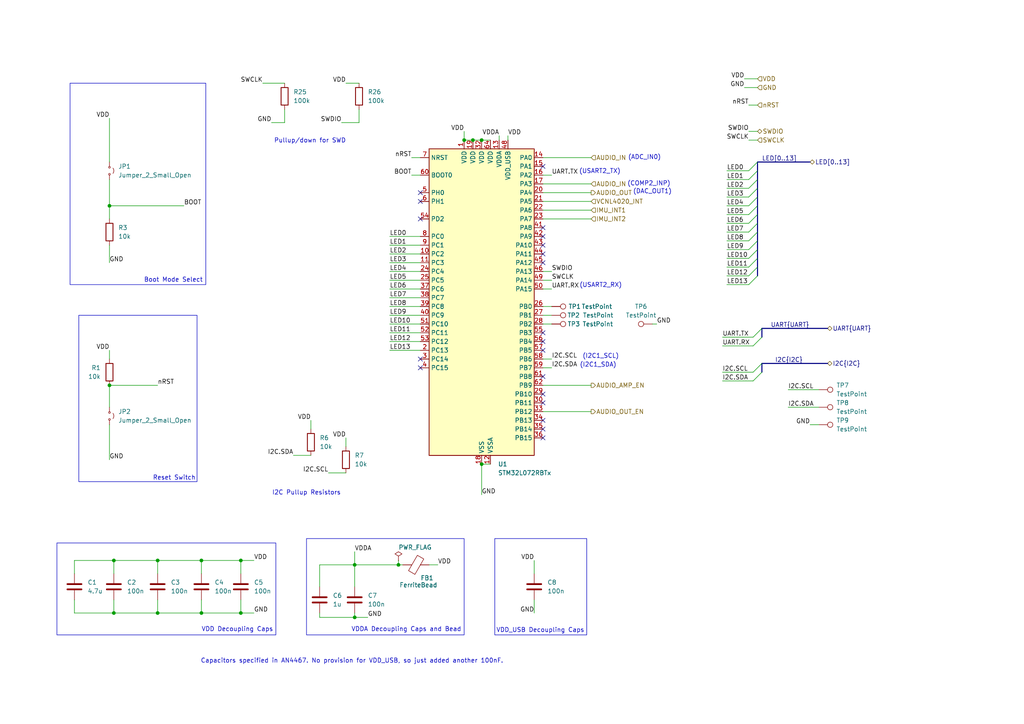
<source format=kicad_sch>
(kicad_sch (version 20231120) (generator "eeschema") (generator_version "8.0")
  (paper "A4")
  (title_block (title "Holiday Widget") (date "2024-05-15") (rev "1.0"))
  (lib_symbols
    (symbol "Connector:TestPoint" (pin_numbers hide) (pin_names (offset 0.762) hide)
      (property "Reference" "TP" (at 0 6.858 0))
      (property "Value" "TestPoint" (at 0 5.08 0))
      (symbol "TestPoint_0_1"
        (circle (center 0 3.302) (radius 0.762))
      )
      (symbol "TestPoint_1_1"
        (pin passive line (at 0 0 90) (length 2.54) (name "1") (number "1"))
      )
    )
    (symbol "Device:C" (pin_numbers hide) (pin_names (offset 0.254))
      (property "Reference" "C" (at 0.635 2.54 0))
      (property "Value" "C" (at 0.635 -2.54 0))
      (symbol "C_0_1"
        (polyline (pts (xy -2.032 -0.762) (xy 2.032 -0.762)) (stroke (width 0.508)))
        (polyline (pts (xy -2.032 0.762) (xy 2.032 0.762)) (stroke (width 0.508)))
      )
      (symbol "C_1_1"
        (pin passive line (at 0 3.81 270) (length 2.794) (name "~") (number "1"))
        (pin passive line (at 0 -3.81 90) (length 2.794) (name "~") (number "2"))
      )
    )
    (symbol "Device:FerriteBead" (pin_numbers hide) (pin_names (offset 0))
      (property "Reference" "FB" (at -3.81 0.635 90))
      (property "Value" "FerriteBead" (at 3.81 0 90))
      (symbol "FerriteBead_0_1"
        (polyline (pts (xy 0 -1.27) (xy 0 -1.2192)))
        (polyline (pts (xy 0 1.27) (xy 0 1.2954)))
        (polyline (pts (xy -2.7686 0.4064) (xy -1.7018 2.2606) (xy 2.7686 -0.3048) (xy 1.6764 -2.159) (xy -2.7686 0.4064)))
      )
      (symbol "FerriteBead_1_1"
        (pin passive line (at 0 3.81 270) (length 2.54) (name "~") (number "1"))
        (pin passive line (at 0 -3.81 90) (length 2.54) (name "~") (number "2"))
      )
    )
    (symbol "Device:R" (pin_numbers hide) (pin_names (offset 0))
      (property "Reference" "R" (at 2.032 0 90))
      (property "Value" "R" (at 0 0 90))
      (symbol "R_0_1"
        (rectangle (start -1.016 -2.54) (end 1.016 2.54) (stroke (width 0.254)))
      )
      (symbol "R_1_1"
        (pin passive line (at 0 3.81 270) (length 1.27) (name "~") (number "1"))
        (pin passive line (at 0 -3.81 90) (length 1.27) (name "~") (number "2"))
      )
    )
    (symbol "Jumper:Jumper_2_Small_Open" (pin_numbers hide) (pin_names (offset 0) hide) (exclude_from_sim yes)
      (property "Reference" "JP" (at 0 2.794 0))
      (property "Value" "Jumper_2_Small_Open" (at 0 -2.286 0))
      (symbol "Jumper_2_Small_Open_0_0"
        (circle (center -1.016 0) (radius 0.254))
        (circle (center 1.016 0) (radius 0.254))
      )
      (symbol "Jumper_2_Small_Open_0_1"
        (arc (start 0.762 1.0196) (mid 0 1.2729) (end -0.762 1.0196))
      )
      (symbol "Jumper_2_Small_Open_1_1"
        (pin passive line (at -2.54 0 0) (length 1.27) (name "A") (number "1"))
        (pin passive line (at 2.54 0 180) (length 1.27) (name "B") (number "2"))
      )
    )
    (symbol "MCU_ST_STM32L0:STM32L072RBTx"
      (property "Reference" "U" (at -15.24 46.99 0))
      (property "Value" "STM32L072RBTx" (at 10.16 46.99 0))
      (symbol "STM32L072RBTx_0_1"
        (rectangle (start -15.24 -43.18) (end 15.24 45.72) (stroke (width 0.254)) (fill (type background)))
      )
      (symbol "STM32L072RBTx_1_1"
        (pin power_in line (at -5.08 48.26 270) (length 2.54) (name "VDD") (number "1"))
        (pin bidirectional line (at -17.78 15.24 0) (length 2.54) (name "PC2") (number "10"))
        (pin bidirectional line (at -17.78 12.7 0) (length 2.54) (name "PC3") (number "11"))
        (pin power_in line (at 2.54 -45.72 90) (length 2.54) (name "VSSA") (number "12"))
        (pin power_in line (at 5.08 48.26 270) (length 2.54) (name "VDDA") (number "13"))
        (pin bidirectional line (at 17.78 43.18 180) (length 2.54) (name "PA0") (number "14"))
        (pin bidirectional line (at 17.78 40.64 180) (length 2.54) (name "PA1") (number "15"))
        (pin bidirectional line (at 17.78 38.1 180) (length 2.54) (name "PA2") (number "16"))
        (pin bidirectional line (at 17.78 35.56 180) (length 2.54) (name "PA3") (number "17"))
        (pin power_in line (at 0 -45.72 90) (length 2.54) (name "VSS") (number "18"))
        (pin power_in line (at -2.54 48.26 270) (length 2.54) (name "VDD") (number "19"))
        (pin bidirectional line (at -17.78 -12.7 0) (length 2.54) (name "PC13") (number "2"))
        (pin bidirectional line (at 17.78 33.02 180) (length 2.54) (name "PA4") (number "20"))
        (pin bidirectional line (at 17.78 30.48 180) (length 2.54) (name "PA5") (number "21"))
        (pin bidirectional line (at 17.78 27.94 180) (length 2.54) (name "PA6") (number "22"))
        (pin bidirectional line (at 17.78 25.4 180) (length 2.54) (name "PA7") (number "23"))
        (pin bidirectional line (at -17.78 10.16 0) (length 2.54) (name "PC4") (number "24"))
        (pin bidirectional line (at -17.78 7.62 0) (length 2.54) (name "PC5") (number "25"))
        (pin bidirectional line (at 17.78 0 180) (length 2.54) (name "PB0") (number "26"))
        (pin bidirectional line (at 17.78 -2.54 180) (length 2.54) (name "PB1") (number "27"))
        (pin bidirectional line (at 17.78 -5.08 180) (length 2.54) (name "PB2") (number "28"))
        (pin bidirectional line (at 17.78 -25.4 180) (length 2.54) (name "PB10") (number "29"))
        (pin bidirectional line (at -17.78 -15.24 0) (length 2.54) (name "PC14") (number "3"))
        (pin bidirectional line (at 17.78 -27.94 180) (length 2.54) (name "PB11") (number "30"))
        (pin passive line (at 0 -45.72 90) (length 2.54) hide (name "VSS") (number "31"))
        (pin power_in line (at 0 48.26 270) (length 2.54) (name "VDD") (number "32"))
        (pin bidirectional line (at 17.78 -30.48 180) (length 2.54) (name "PB12") (number "33"))
        (pin bidirectional line (at 17.78 -33.02 180) (length 2.54) (name "PB13") (number "34"))
        (pin bidirectional line (at 17.78 -35.56 180) (length 2.54) (name "PB14") (number "35"))
        (pin bidirectional line (at 17.78 -38.1 180) (length 2.54) (name "PB15") (number "36"))
        (pin bidirectional line (at -17.78 5.08 0) (length 2.54) (name "PC6") (number "37"))
        (pin bidirectional line (at -17.78 2.54 0) (length 2.54) (name "PC7") (number "38"))
        (pin bidirectional line (at -17.78 0 0) (length 2.54) (name "PC8") (number "39"))
        (pin bidirectional line (at -17.78 -17.78 0) (length 2.54) (name "PC15") (number "4"))
        (pin bidirectional line (at -17.78 -2.54 0) (length 2.54) (name "PC9") (number "40"))
        (pin bidirectional line (at 17.78 22.86 180) (length 2.54) (name "PA8") (number "41"))
        (pin bidirectional line (at 17.78 20.32 180) (length 2.54) (name "PA9") (number "42"))
        (pin bidirectional line (at 17.78 17.78 180) (length 2.54) (name "PA10") (number "43"))
        (pin bidirectional line (at 17.78 15.24 180) (length 2.54) (name "PA11") (number "44"))
        (pin bidirectional line (at 17.78 12.7 180) (length 2.54) (name "PA12") (number "45"))
        (pin bidirectional line (at 17.78 10.16 180) (length 2.54) (name "PA13") (number "46"))
        (pin passive line (at 0 -45.72 90) (length 2.54) hide (name "VSS") (number "47"))
        (pin power_in line (at 7.62 48.26 270) (length 2.54) (name "VDD_USB") (number "48"))
        (pin bidirectional line (at 17.78 7.62 180) (length 2.54) (name "PA14") (number "49"))
        (pin bidirectional line (at -17.78 33.02 0) (length 2.54) (name "PH0") (number "5"))
        (pin bidirectional line (at 17.78 5.08 180) (length 2.54) (name "PA15") (number "50"))
        (pin bidirectional line (at -17.78 -5.08 0) (length 2.54) (name "PC10") (number "51"))
        (pin bidirectional line (at -17.78 -7.62 0) (length 2.54) (name "PC11") (number "52"))
        (pin bidirectional line (at -17.78 -10.16 0) (length 2.54) (name "PC12") (number "53"))
        (pin bidirectional line (at -17.78 25.4 0) (length 2.54) (name "PD2") (number "54"))
        (pin bidirectional line (at 17.78 -7.62 180) (length 2.54) (name "PB3") (number "55"))
        (pin bidirectional line (at 17.78 -10.16 180) (length 2.54) (name "PB4") (number "56"))
        (pin bidirectional line (at 17.78 -12.7 180) (length 2.54) (name "PB5") (number "57"))
        (pin bidirectional line (at 17.78 -15.24 180) (length 2.54) (name "PB6") (number "58"))
        (pin bidirectional line (at 17.78 -17.78 180) (length 2.54) (name "PB7") (number "59"))
        (pin bidirectional line (at -17.78 30.48 0) (length 2.54) (name "PH1") (number "6"))
        (pin input line (at -17.78 38.1 0) (length 2.54) (name "BOOT0") (number "60"))
        (pin bidirectional line (at 17.78 -20.32 180) (length 2.54) (name "PB8") (number "61"))
        (pin bidirectional line (at 17.78 -22.86 180) (length 2.54) (name "PB9") (number "62"))
        (pin passive line (at 0 -45.72 90) (length 2.54) hide (name "VSS") (number "63"))
        (pin power_in line (at 2.54 48.26 270) (length 2.54) (name "VDD") (number "64"))
        (pin input line (at -17.78 43.18 0) (length 2.54) (name "NRST") (number "7"))
        (pin bidirectional line (at -17.78 20.32 0) (length 2.54) (name "PC0") (number "8"))
        (pin bidirectional line (at -17.78 17.78 0) (length 2.54) (name "PC1") (number "9"))
      )
    )
    (symbol "power:PWR_FLAG" (power) (pin_numbers hide) (pin_names (offset 0) hide)
      (property "Value" "PWR_FLAG" (at 0 3.81 0))
      (symbol "PWR_FLAG_0_0"
        (pin power_out line (at 0 0 90) (length 0) (name "~") (number "1"))
      )
      (symbol "PWR_FLAG_0_1"
        (polyline (pts (xy 0 0) (xy 0 1.27) (xy -1.016 1.905) (xy 0 2.54) (xy 1.016 1.905) (xy 0 1.27)))
      )
    )
  )
  (junction (at 137.16 40.64))
  (junction (at 102.87 163.83))
  (junction (at 115.57 163.83))
  (junction (at 33.02 177.8))
  (junction (at 31.75 111.76))
  (junction (at 69.85 177.8))
  (junction (at 139.7 40.64))
  (junction (at 58.42 162.56))
  (junction (at 134.62 40.64))
  (junction (at 33.02 162.56))
  (junction (at 69.85 162.56))
  (junction (at 45.72 177.8))
  (junction (at 31.75 59.69))
  (junction (at 102.87 179.07))
  (junction (at 139.7 134.62))
  (junction (at 45.72 162.56))
  (junction (at 58.42 177.8))
  (no_connect (at 157.48 127))
  (no_connect (at 157.48 99.06))
  (no_connect (at 157.48 121.92))
  (no_connect (at 157.48 76.2))
  (no_connect (at 157.48 66.04))
  (no_connect (at 157.48 114.3))
  (no_connect (at 157.48 73.66))
  (no_connect (at 157.48 71.12))
  (no_connect (at 157.48 96.52))
  (no_connect (at 121.92 55.88))
  (no_connect (at 121.92 58.42))
  (no_connect (at 157.48 109.22))
  (no_connect (at 157.48 124.46))
  (no_connect (at 121.92 104.14))
  (no_connect (at 157.48 116.84))
  (no_connect (at 157.48 68.58))
  (no_connect (at 157.48 48.26))
  (no_connect (at 121.92 106.68))
  (no_connect (at 121.92 63.5))
  (no_connect (at 157.48 101.6))
  (bus_entry (at 217.17 74.93) (size 2.54 -2.54))
  (bus_entry (at 217.17 72.39) (size 2.54 -2.54))
  (bus_entry (at 220.98 95.25) (size -2.54 2.54))
  (bus_entry (at 217.17 82.55) (size 2.54 -2.54))
  (bus_entry (at 217.17 64.77) (size 2.54 -2.54))
  (bus_entry (at 217.17 62.23) (size 2.54 -2.54))
  (bus_entry (at 217.17 69.85) (size 2.54 -2.54))
  (bus_entry (at 220.98 107.95) (size -2.54 2.54))
  (bus_entry (at 220.98 97.79) (size -2.54 2.54))
  (bus_entry (at 217.17 67.31) (size 2.54 -2.54))
  (bus_entry (at 219.71 52.07) (size -2.54 2.54))
  (bus_entry (at 219.71 46.99) (size -2.54 2.54))
  (bus_entry (at 217.17 77.47) (size 2.54 -2.54))
  (bus_entry (at 219.71 49.53) (size -2.54 2.54))
  (bus_entry (at 217.17 80.01) (size 2.54 -2.54))
  (bus_entry (at 219.71 54.61) (size -2.54 2.54))
  (bus_entry (at 220.98 105.41) (size -2.54 2.54))
  (bus_entry (at 219.71 57.15) (size -2.54 2.54))
  (bus (pts (xy 219.71 74.93) (xy 219.71 77.47)))
  (wire (pts (xy 58.42 173.99) (xy 58.42 177.8)))
  (wire (pts (xy 210.82 77.47) (xy 217.17 77.47)))
  (bus (pts (xy 219.71 64.77) (xy 219.71 67.31)))
  (wire (pts (xy 210.82 74.93) (xy 217.17 74.93)))
  (wire (pts (xy 31.75 52.07) (xy 31.75 59.69)))
  (bus (pts (xy 220.98 105.41) (xy 240.03 105.41)))
  (bus (pts (xy 219.71 52.07) (xy 219.71 54.61)))
  (wire (pts (xy 45.72 162.56) (xy 33.02 162.56)))
  (wire (pts (xy 210.82 82.55) (xy 217.17 82.55)))
  (wire (pts (xy 58.42 177.8) (xy 45.72 177.8)))
  (wire (pts (xy 104.14 31.75) (xy 104.14 35.56)))
  (wire (pts (xy 45.72 162.56) (xy 45.72 166.37)))
  (wire (pts (xy 95.25 137.16) (xy 100.33 137.16)))
  (wire (pts (xy 102.87 160.02) (xy 102.87 163.83)))
  (wire (pts (xy 113.03 76.2) (xy 121.92 76.2)))
  (wire (pts (xy 113.03 68.58) (xy 121.92 68.58)))
  (wire (pts (xy 113.03 96.52) (xy 121.92 96.52)))
  (wire (pts (xy 73.66 162.56) (xy 69.85 162.56)))
  (wire (pts (xy 137.16 40.64) (xy 139.7 40.64)))
  (bus (pts (xy 219.71 62.23) (xy 219.71 64.77)))
  (bus (pts (xy 234.95 46.99) (xy 219.71 46.99)))
  (wire (pts (xy 104.14 35.56) (xy 99.06 35.56)))
  (wire (pts (xy 115.57 162.56) (xy 115.57 163.83)))
  (wire (pts (xy 157.48 63.5) (xy 171.45 63.5)))
  (wire (pts (xy 154.94 162.56) (xy 154.94 166.37)))
  (wire (pts (xy 139.7 134.62) (xy 142.24 134.62)))
  (wire (pts (xy 102.87 163.83) (xy 102.87 170.18)))
  (bus (pts (xy 220.98 107.95) (xy 220.98 105.41)))
  (wire (pts (xy 31.75 34.29) (xy 31.75 46.99)))
  (wire (pts (xy 113.03 78.74) (xy 121.92 78.74)))
  (wire (pts (xy 210.82 67.31) (xy 217.17 67.31)))
  (wire (pts (xy 82.55 31.75) (xy 82.55 35.56)))
  (bus (pts (xy 219.71 46.99) (xy 219.71 49.53)))
  (wire (pts (xy 113.03 71.12) (xy 121.92 71.12)))
  (wire (pts (xy 31.75 59.69) (xy 31.75 63.5)))
  (bus (pts (xy 219.71 77.47) (xy 219.71 80.01)))
  (wire (pts (xy 76.2 24.13) (xy 82.55 24.13)))
  (wire (pts (xy 31.75 101.6) (xy 31.75 104.14)))
  (wire (pts (xy 139.7 40.64) (xy 142.24 40.64)))
  (wire (pts (xy 31.75 59.69) (xy 53.34 59.69)))
  (wire (pts (xy 113.03 99.06) (xy 121.92 99.06)))
  (wire (pts (xy 157.48 83.82) (xy 160.02 83.82)))
  (wire (pts (xy 154.94 173.99) (xy 154.94 177.8)))
  (wire (pts (xy 134.62 40.64) (xy 137.16 40.64)))
  (wire (pts (xy 69.85 177.8) (xy 58.42 177.8)))
  (wire (pts (xy 210.82 59.69) (xy 217.17 59.69)))
  (bus (pts (xy 220.98 95.25) (xy 240.03 95.25)))
  (wire (pts (xy 209.55 100.33) (xy 218.44 100.33)))
  (wire (pts (xy 69.85 173.99) (xy 69.85 177.8)))
  (wire (pts (xy 157.48 91.44) (xy 160.02 91.44)))
  (wire (pts (xy 31.75 71.12) (xy 31.75 76.2)))
  (wire (pts (xy 147.32 39.37) (xy 147.32 40.64)))
  (wire (pts (xy 31.75 123.19) (xy 31.75 133.35)))
  (bus (pts (xy 220.98 95.25) (xy 220.98 97.79)))
  (wire (pts (xy 113.03 88.9) (xy 121.92 88.9)))
  (wire (pts (xy 45.72 173.99) (xy 45.72 177.8)))
  (wire (pts (xy 144.78 39.37) (xy 144.78 40.64)))
  (bus (pts (xy 219.71 72.39) (xy 219.71 74.93)))
  (wire (pts (xy 134.62 38.1) (xy 134.62 40.64)))
  (wire (pts (xy 58.42 162.56) (xy 58.42 166.37)))
  (wire (pts (xy 157.48 111.76) (xy 171.45 111.76)))
  (wire (pts (xy 92.71 170.18) (xy 92.71 163.83)))
  (wire (pts (xy 210.82 64.77) (xy 217.17 64.77)))
  (wire (pts (xy 100.33 127) (xy 100.33 129.54)))
  (bus (pts (xy 219.71 57.15) (xy 219.71 59.69)))
  (wire (pts (xy 210.82 54.61) (xy 217.17 54.61)))
  (bus (pts (xy 219.71 49.53) (xy 219.71 52.07)))
  (wire (pts (xy 85.09 132.08) (xy 90.17 132.08)))
  (wire (pts (xy 217.17 40.64) (xy 219.71 40.64)))
  (wire (pts (xy 209.55 97.79) (xy 218.44 97.79)))
  (wire (pts (xy 157.48 45.72) (xy 171.45 45.72)))
  (wire (pts (xy 113.03 86.36) (xy 121.92 86.36)))
  (wire (pts (xy 113.03 81.28) (xy 121.92 81.28)))
  (wire (pts (xy 92.71 163.83) (xy 102.87 163.83)))
  (wire (pts (xy 139.7 134.62) (xy 139.7 143.51)))
  (wire (pts (xy 228.6 118.11) (xy 237.49 118.11)))
  (wire (pts (xy 100.33 24.13) (xy 104.14 24.13)))
  (bus (pts (xy 219.71 54.61) (xy 219.71 57.15)))
  (wire (pts (xy 92.71 179.07) (xy 102.87 179.07)))
  (wire (pts (xy 58.42 162.56) (xy 45.72 162.56)))
  (wire (pts (xy 69.85 162.56) (xy 69.85 166.37)))
  (wire (pts (xy 73.66 177.8) (xy 69.85 177.8)))
  (wire (pts (xy 157.48 53.34) (xy 171.45 53.34)))
  (wire (pts (xy 217.17 30.48) (xy 219.71 30.48)))
  (wire (pts (xy 157.48 88.9) (xy 160.02 88.9)))
  (wire (pts (xy 92.71 179.07) (xy 92.71 177.8)))
  (wire (pts (xy 157.48 81.28) (xy 160.02 81.28)))
  (wire (pts (xy 210.82 62.23) (xy 217.17 62.23)))
  (wire (pts (xy 209.55 107.95) (xy 218.44 107.95)))
  (wire (pts (xy 45.72 177.8) (xy 33.02 177.8)))
  (wire (pts (xy 157.48 50.8) (xy 160.02 50.8)))
  (wire (pts (xy 116.84 163.83) (xy 115.57 163.83)))
  (wire (pts (xy 69.85 162.56) (xy 58.42 162.56)))
  (wire (pts (xy 113.03 83.82) (xy 121.92 83.82)))
  (wire (pts (xy 210.82 57.15) (xy 217.17 57.15)))
  (wire (pts (xy 33.02 166.37) (xy 33.02 162.56)))
  (wire (pts (xy 210.82 52.07) (xy 217.17 52.07)))
  (wire (pts (xy 217.17 49.53) (xy 210.82 49.53)))
  (wire (pts (xy 124.46 163.83) (xy 127 163.83)))
  (wire (pts (xy 157.48 78.74) (xy 160.02 78.74)))
  (wire (pts (xy 157.48 60.96) (xy 171.45 60.96)))
  (bus (pts (xy 219.71 59.69) (xy 219.71 62.23)))
  (wire (pts (xy 33.02 162.56) (xy 21.59 162.56)))
  (wire (pts (xy 157.48 104.14) (xy 160.02 104.14)))
  (wire (pts (xy 113.03 101.6) (xy 121.92 101.6)))
  (wire (pts (xy 102.87 179.07) (xy 102.87 177.8)))
  (wire (pts (xy 228.6 113.03) (xy 237.49 113.03)))
  (wire (pts (xy 210.82 69.85) (xy 217.17 69.85)))
  (wire (pts (xy 215.9 25.4) (xy 219.71 25.4)))
  (wire (pts (xy 209.55 110.49) (xy 218.44 110.49)))
  (wire (pts (xy 157.48 119.38) (xy 171.45 119.38)))
  (wire (pts (xy 215.9 22.86) (xy 219.71 22.86)))
  (wire (pts (xy 90.17 121.92) (xy 90.17 124.46)))
  (wire (pts (xy 119.38 50.8) (xy 121.92 50.8)))
  (wire (pts (xy 113.03 93.98) (xy 121.92 93.98)))
  (wire (pts (xy 157.48 58.42) (xy 171.45 58.42)))
  (bus (pts (xy 219.71 69.85) (xy 219.71 72.39)))
  (bus (pts (xy 219.71 67.31) (xy 219.71 69.85)))
  (wire (pts (xy 102.87 179.07) (xy 106.68 179.07)))
  (wire (pts (xy 21.59 162.56) (xy 21.59 166.37)))
  (wire (pts (xy 113.03 91.44) (xy 121.92 91.44)))
  (wire (pts (xy 210.82 80.01) (xy 217.17 80.01)))
  (wire (pts (xy 31.75 111.76) (xy 31.75 118.11)))
  (wire (pts (xy 33.02 177.8) (xy 21.59 177.8)))
  (wire (pts (xy 31.75 111.76) (xy 45.72 111.76)))
  (wire (pts (xy 119.38 45.72) (xy 121.92 45.72)))
  (wire (pts (xy 157.48 106.68) (xy 160.02 106.68)))
  (wire (pts (xy 102.87 163.83) (xy 115.57 163.83)))
  (wire (pts (xy 157.48 93.98) (xy 160.02 93.98)))
  (wire (pts (xy 217.17 38.1) (xy 219.71 38.1)))
  (wire (pts (xy 189.23 93.98) (xy 190.5 93.98)))
  (wire (pts (xy 82.55 35.56) (xy 78.74 35.56)))
  (wire (pts (xy 210.82 72.39) (xy 217.17 72.39)))
  (wire (pts (xy 33.02 173.99) (xy 33.02 177.8)))
  (wire (pts (xy 234.95 123.19) (xy 237.49 123.19)))
  (wire (pts (xy 21.59 177.8) (xy 21.59 173.99)))
  (wire (pts (xy 113.03 73.66) (xy 121.92 73.66)))
  (wire (pts (xy 157.48 55.88) (xy 171.45 55.88)))
  (rectangle (start 143.51 156.21) (end 170.18 184.15))
  (rectangle (start 22.86 91.44) (end 57.15 139.7))
  (rectangle (start 88.9 156.21) (end 134.62 184.15))
  (rectangle (start 20.32 24.13) (end 59.69 82.55))
  (rectangle (start 16.51 157.48) (end 80.01 184.15))
  (text "Capacitors specified in AN4467. No provision for VDD_USB, so just added another 100nF." (at 102.108 191.77 0) (effects (font (size 1.27 1.27))))
  (text "Reset Switch" (at 50.546 138.684 0) (effects (font (size 1.27 1.27))))
  (text "I2C Pullup Resistors" (at 88.9 143.002 0) (effects (font (size 1.27 1.27))))
  (text "(COMP2_INP)" (at 188.214 53.34 0) (effects (font (size 1.27 1.27))))
  (text "VDD_USB Decoupling Caps" (at 156.718 182.88 0) (effects (font (size 1.27 1.27))))
  (text "VDDA Decoupling Caps and Bead" (at 117.856 182.626 0) (effects (font (size 1.27 1.27))))
  (text "(ADC_IN0)" (at 186.944 45.72 0) (effects (font (size 1.27 1.27))))
  (text "(USART2_TX)" (at 173.99 49.784 0) (effects (font (size 1.27 1.27))))
  (text "Boot Mode Select" (at 50.292 81.28 0) (effects (font (size 1.27 1.27))))
  (text "Pullup/down for SWD" (at 89.916 40.894 0) (effects (font (size 1.27 1.27))))
  (text "VDD Decoupling Caps" (at 68.834 182.626 0) (effects (font (size 1.27 1.27))))
  (text "(I2C1_SCL)" (at 174.244 103.378 0) (effects (font (size 1.27 1.27))))
  (text "(USART2_RX)" (at 174.244 82.804 0) (effects (font (size 1.27 1.27))))
  (text "(DAC_OUT1)" (at 189.23 55.626 0) (effects (font (size 1.27 1.27))))
  (text "(I2C1_SDA)" (at 173.482 105.918 0) (effects (font (size 1.27 1.27))))
  (label "SWCLK" (at 76.2 24.13 180))
  (label "GND" (at 31.75 133.35 0))
  (label "UART{UART}" (at 223.52 95.25 0))
  (label "GND" (at 31.75 76.2 0))
  (label "VDD" (at 90.17 121.92 180))
  (label "VDD" (at 31.75 101.6 180))
  (label "GND" (at 154.94 177.8 180))
  (label "GND" (at 78.74 35.56 180))
  (label "nRST" (at 217.17 30.48 180))
  (label "LED8" (at 210.82 69.85 0))
  (label "GND" (at 73.66 177.8 0))
  (label "LED1" (at 113.03 71.12 0))
  (label "I2C.SDA" (at 160.02 106.68 0))
  (label "VDD" (at 147.32 39.37 0))
  (label "UART.RX" (at 160.02 83.82 0))
  (label "LED3" (at 210.82 57.15 0))
  (label "nRST" (at 119.38 45.72 180))
  (label "LED11" (at 210.82 77.47 0))
  (label "GND" (at 139.7 143.51 0))
  (label "LED10" (at 210.82 74.93 0))
  (label "SWCLK" (at 217.17 40.64 180))
  (label "LED4" (at 210.82 59.69 0))
  (label "LED5" (at 113.03 81.28 0))
  (label "GND" (at 234.95 123.19 180))
  (label "GND" (at 106.68 179.07 0))
  (label "LED4" (at 113.03 78.74 0))
  (label "LED7" (at 210.82 67.31 0))
  (label "I2C.SCL" (at 209.55 107.95 0))
  (label "LED1" (at 210.82 52.07 0))
  (label "LED6" (at 113.03 83.82 0))
  (label "LED[0..13]" (at 220.98 46.99 0))
  (label "VDD" (at 127 163.83 0))
  (label "VDD" (at 100.33 127 180))
  (label "VDD" (at 100.33 24.13 180))
  (label "LED5" (at 210.82 62.23 0))
  (label "LED6" (at 210.82 64.77 0))
  (label "VDD" (at 31.75 34.29 180))
  (label "VDDA" (at 102.87 160.02 0))
  (label "BOOT" (at 53.34 59.69 0))
  (label "LED0" (at 210.82 49.53 0))
  (label "I2C.SCL" (at 95.25 137.16 180))
  (label "LED11" (at 113.03 96.52 0))
  (label "I2C{I2C}" (at 224.79 105.41 0))
  (label "SWDIO" (at 160.02 78.74 0))
  (label "SWDIO" (at 217.17 38.1 180))
  (label "I2C.SDA" (at 228.6 118.11 0))
  (label "LED12" (at 210.82 80.01 0))
  (label "UART.RX" (at 209.55 100.33 0))
  (label "VDD" (at 134.62 38.1 180))
  (label "LED12" (at 113.03 99.06 0))
  (label "LED10" (at 113.03 93.98 0))
  (label "I2C.SCL" (at 228.6 113.03 0))
  (label "LED8" (at 113.03 88.9 0))
  (label "I2C.SCL" (at 160.02 104.14 0))
  (label "I2C.SDA" (at 209.55 110.49 0))
  (label "LED2" (at 113.03 73.66 0))
  (label "UART.TX" (at 160.02 50.8 0))
  (label "LED9" (at 210.82 72.39 0))
  (label "GND" (at 215.9 25.4 180))
  (label "I2C.SDA" (at 85.09 132.08 180))
  (label "SWDIO" (at 99.06 35.56 180))
  (label "VDDA" (at 144.78 39.37 180))
  (label "LED9" (at 113.03 91.44 0))
  (label "LED13" (at 210.82 82.55 0))
  (label "nRST" (at 45.72 111.76 0))
  (label "LED13" (at 113.03 101.6 0))
  (label "VDD" (at 154.94 162.56 180))
  (label "LED0" (at 113.03 68.58 0))
  (label "LED2" (at 210.82 54.61 0))
  (label "BOOT" (at 119.38 50.8 180))
  (label "SWCLK" (at 160.02 81.28 0))
  (label "VDD" (at 215.9 22.86 180))
  (label "UART.TX" (at 209.55 97.79 0))
  (label "VDD" (at 73.66 162.56 0))
  (label "GND" (at 190.5 93.98 0))
  (label "LED7" (at 113.03 86.36 0))
  (label "LED3" (at 113.03 76.2 0))
  (hierarchical_label "nRST" (shape input) (at 219.71 30.48 0))
  (hierarchical_label "VCNL4020_INT" (shape input) (at 171.45 58.42 0))
  (hierarchical_label "IMU_INT1" (shape input) (at 171.45 60.96 0))
  (hierarchical_label "AUDIO_AMP_EN" (shape output) (at 171.45 111.76 0))
  (hierarchical_label "AUDIO_IN" (shape input) (at 171.45 53.34 0))
  (hierarchical_label "I2C{I2C}" (shape bidirectional) (at 240.03 105.41 0))
  (hierarchical_label "SWDIO" (shape bidirectional) (at 219.71 38.1 0))
  (hierarchical_label "AUDIO_IN" (shape input) (at 171.45 45.72 0))
  (hierarchical_label "IMU_INT2" (shape input) (at 171.45 63.5 0))
  (hierarchical_label "VDD" (shape input) (at 219.71 22.86 0))
  (hierarchical_label "UART{UART}" (shape bidirectional) (at 240.03 95.25 0))
  (hierarchical_label "AUDIO_OUT" (shape output) (at 171.45 55.88 0))
  (hierarchical_label "SWCLK" (shape input) (at 219.71 40.64 0))
  (hierarchical_label "AUDIO_OUT_EN" (shape output) (at 171.45 119.38 0))
  (hierarchical_label "LED[0..13]" (shape bidirectional) (at 234.95 46.99 0))
  (hierarchical_label "GND" (shape input) (at 219.71 25.4 0))
  (symbol (lib_id "Connector:TestPoint") (at 237.49 113.03 270) (unit 1)
    (property "Reference" "TP7" (at 242.57 111.7599 90) (effects (justify left)))
    (property "Value" "TestPoint" (at 242.57 114.2999 90) (effects (justify left)))
    (property "Footprint" "Leaf_Jumper:TestPoint_0.5mm_1mm" (effects (hide yes)))
    (property "Description" "test point" (effects (hide yes)))
  )
  (symbol (lib_id "Device:C") (at 21.59 170.18 0) (unit 1)
    (property "Reference" "C1" (at 25.4 168.9099 0) (effects (justify left)))
    (property "Value" "4.7u" (at 25.4 171.4499 0) (effects (justify left)))
    (property "Footprint" "Capacitor_SMD:C_0402_1005Metric" (effects (hide yes)))
    (property "Description" "Unpolarized capacitor" (effects (hide yes)))
    (property "MPN" "CL05A475MP5NRNC" (effects (hide yes)))
  )
  (symbol (lib_id "Device:C") (at 154.94 170.18 0) (unit 1)
    (property "Reference" "C8" (at 158.75 168.9099 0) (effects (justify left)))
    (property "Value" "100n" (at 158.75 171.4499 0) (effects (justify left)))
    (property "Footprint" "Capacitor_SMD:C_0402_1005Metric" (effects (hide yes)))
    (property "Description" "Unpolarized capacitor" (effects (hide yes)))
    (property "MPN" "CL05A104KA5NNNC" (effects (hide yes)))
  )
  (symbol (lib_id "Connector:TestPoint") (at 189.23 93.98 90) (unit 1)
    (property "Reference" "TP6" (at 185.928 88.9 90))
    (property "Value" "TestPoint" (at 185.928 91.44 90))
    (property "Footprint" "Leaf_Jumper:TestPoint_0.5mm_1mm" (effects (hide yes)))
    (property "Description" "test point" (effects (hide yes)))
  )
  (symbol (lib_id "Device:C") (at 33.02 170.18 0) (unit 1)
    (property "Reference" "C2" (at 36.83 168.9099 0) (effects (justify left)))
    (property "Value" "100n" (at 36.83 171.4499 0) (effects (justify left)))
    (property "Footprint" "Capacitor_SMD:C_0402_1005Metric" (effects (hide yes)))
    (property "Description" "Unpolarized capacitor" (effects (hide yes)))
    (property "MPN" "CL05A104KA5NNNC" (effects (hide yes)))
  )
  (symbol (lib_id "Device:C") (at 45.72 170.18 0) (unit 1)
    (property "Reference" "C3" (at 49.53 168.9099 0) (effects (justify left)))
    (property "Value" "100n" (at 49.53 171.4499 0) (effects (justify left)))
    (property "Footprint" "Capacitor_SMD:C_0402_1005Metric" (effects (hide yes)))
    (property "Description" "Unpolarized capacitor" (effects (hide yes)))
    (property "MPN" "CL05A104KA5NNNC" (effects (hide yes)))
  )
  (symbol (lib_id "power:PWR_FLAG") (at 115.57 162.56 0) (unit 1)
    (property "Reference" "#FLG08" (effects (hide yes)))
    (property "Value" "PWR_FLAG" (at 115.5701 158.75 0) (effects (justify left)))
    (property "Description" "Special symbol for telling ERC where power comes from" (effects (hide yes)))
  )
  (symbol (lib_id "Device:C") (at 92.71 173.99 0) (unit 1)
    (property "Reference" "C6" (at 96.52 172.7199 0) (effects (justify left)))
    (property "Value" "1u" (at 96.52 175.2599 0) (effects (justify left)))
    (property "Footprint" "Capacitor_SMD:C_0603_1608Metric_Pad1.08x0.95mm_HandSolder" (effects (hide yes)))
    (property "Description" "Unpolarized capacitor" (effects (hide yes)))
    (property "MPN" "CL05A105KO5NNNC" (effects (hide yes)))
  )
  (symbol (lib_id "MCU_ST_STM32L0:STM32L072RBTx") (at 139.7 88.9 0) (unit 1)
    (property "Reference" "U1" (at 144.4341 134.62 0) (effects (justify left)))
    (property "Value" "STM32L072RBTx" (at 144.4341 137.16 0) (effects (justify left)))
    (property "Footprint" "Package_QFP:LQFP-64_10x10mm_P0.5mm" (effects (hide yes)))
    (property "Datasheet" "https://www.st.com/resource/en/datasheet/stm32l072rb.pdf" (effects (hide yes)))
    (property "Description" "STMicroelectronics Arm Cortex-M0+ MCU, 128KB flash, 20KB RAM, 32 MHz, 1.65-3.6V, 51 GPIO, LQFP64" (effects (hide yes)))
    (property "MPN" "STM32L072RBT6" (effects (hide yes)))
  )
  (symbol (lib_id "Device:R") (at 31.75 107.95 0) (mirror y) (unit 1)
    (property "Reference" "R1" (at 29.21 106.6799 0) (effects (justify left)))
    (property "Value" "10k" (at 29.21 109.2199 0) (effects (justify left)))
    (property "Footprint" "Resistor_SMD:R_0402_1005Metric" (effects (hide yes)))
    (property "Description" "Resistor" (effects (hide yes)))
    (property "MPN" "RC0402FR-0710KL" (effects (hide yes)))
  )
  (symbol (lib_id "Jumper:Jumper_2_Small_Open") (at 31.75 120.65 270) (unit 1) (exclude_from_sim yes)
    (property "Reference" "JP2" (at 34.29 119.3799 90) (effects (justify left)))
    (property "Value" "Jumper_2_Small_Open" (at 34.29 121.9199 90) (effects (justify left)))
    (property "Footprint" "Jumper:SolderJumper-2_P1.3mm_Open_RoundedPad1.0x1.5mm" (effects (hide yes)))
    (property "Description" "Jumper, 2-pole, small symbol, open" (effects (hide yes)))
  )
  (symbol (lib_id "Device:R") (at 104.14 27.94 0) (unit 1)
    (property "Reference" "R26" (at 106.68 26.6699 0) (effects (justify left)))
    (property "Value" "100k" (at 106.68 29.2099 0) (effects (justify left)))
    (property "Footprint" "Resistor_SMD:R_0402_1005Metric" (effects (hide yes)))
    (property "Description" "Resistor" (effects (hide yes)))
    (property "MPN" "RC0402FR-07100KL" (effects (hide yes)))
  )
  (symbol (lib_id "Device:C") (at 102.87 173.99 0) (unit 1)
    (property "Reference" "C7" (at 106.68 172.7199 0) (effects (justify left)))
    (property "Value" "100n" (at 106.68 175.2599 0) (effects (justify left)))
    (property "Footprint" "Capacitor_SMD:C_0402_1005Metric" (effects (hide yes)))
    (property "Description" "Unpolarized capacitor" (effects (hide yes)))
    (property "MPN" "CL05A104KA5NNNC" (effects (hide yes)))
  )
  (symbol (lib_id "Device:C") (at 69.85 170.18 0) (unit 1)
    (property "Reference" "C5" (at 73.66 168.9099 0) (effects (justify left)))
    (property "Value" "100n" (at 73.66 171.4499 0) (effects (justify left)))
    (property "Footprint" "Capacitor_SMD:C_0402_1005Metric" (effects (hide yes)))
    (property "Description" "Unpolarized capacitor" (effects (hide yes)))
    (property "MPN" "CL05A104KA5NNNC" (effects (hide yes)))
  )
  (symbol (lib_id "Device:R") (at 82.55 27.94 0) (unit 1)
    (property "Reference" "R25" (at 85.09 26.6699 0) (effects (justify left)))
    (property "Value" "100k" (at 85.09 29.2099 0) (effects (justify left)))
    (property "Footprint" "Resistor_SMD:R_0402_1005Metric" (effects (hide yes)))
    (property "Description" "Resistor" (effects (hide yes)))
    (property "MPN" "RC0402FR-07100KL" (effects (hide yes)))
  )
  (symbol (lib_id "Connector:TestPoint") (at 160.02 91.44 270) (unit 1)
    (property "Reference" "TP2" (at 166.37 91.44 90))
    (property "Value" "TestPoint" (at 173.482 91.44 90))
    (property "Footprint" "Leaf_Jumper:TestPoint_0.5mm_1mm" (effects (hide yes)))
    (property "Description" "test point" (effects (hide yes)))
  )
  (symbol (lib_id "Device:R") (at 90.17 128.27 0) (unit 1)
    (property "Reference" "R6" (at 92.71 126.9999 0) (effects (justify left)))
    (property "Value" "10k" (at 92.71 129.5399 0) (effects (justify left)))
    (property "Footprint" "Resistor_SMD:R_0402_1005Metric" (effects (hide yes)))
    (property "Description" "Resistor" (effects (hide yes)))
    (property "MPN" "RC0402FR-0710KL" (effects (hide yes)))
  )
  (symbol (lib_id "Device:C") (at 58.42 170.18 0) (unit 1)
    (property "Reference" "C4" (at 62.23 168.9099 0) (effects (justify left)))
    (property "Value" "100n" (at 62.23 171.4499 0) (effects (justify left)))
    (property "Footprint" "Capacitor_SMD:C_0402_1005Metric" (effects (hide yes)))
    (property "Description" "Unpolarized capacitor" (effects (hide yes)))
    (property "MPN" "CL05A104KA5NNNC" (effects (hide yes)))
  )
  (symbol (lib_id "Connector:TestPoint") (at 237.49 118.11 270) (unit 1)
    (property "Reference" "TP8" (at 242.57 116.8399 90) (effects (justify left)))
    (property "Value" "TestPoint" (at 242.57 119.3799 90) (effects (justify left)))
    (property "Footprint" "Leaf_Jumper:TestPoint_0.5mm_1mm" (effects (hide yes)))
    (property "Description" "test point" (effects (hide yes)))
  )
  (symbol (lib_id "Connector:TestPoint") (at 160.02 93.98 270) (mirror x) (unit 1)
    (property "Reference" "TP3" (at 164.592 93.98 90) (effects (justify left)))
    (property "Value" "TestPoint" (at 168.91 93.9801 90) (effects (justify left)))
    (property "Footprint" "Leaf_Jumper:TestPoint_0.5mm_1mm" (effects (hide yes)))
    (property "Description" "test point" (effects (hide yes)))
  )
  (symbol (lib_id "Device:R") (at 31.75 67.31 0) (unit 1)
    (property "Reference" "R3" (at 34.29 66.0399 0) (effects (justify left)))
    (property "Value" "10k" (at 34.29 68.5799 0) (effects (justify left)))
    (property "Footprint" "Resistor_SMD:R_0402_1005Metric" (effects (hide yes)))
    (property "Description" "Resistor" (effects (hide yes)))
    (property "MPN" "RC0402FR-0710KL" (effects (hide yes)))
  )
  (symbol (lib_id "Jumper:Jumper_2_Small_Open") (at 31.75 49.53 270) (unit 1) (exclude_from_sim yes)
    (property "Reference" "JP1" (at 34.29 48.2599 90) (effects (justify left)))
    (property "Value" "Jumper_2_Small_Open" (at 34.29 50.7999 90) (effects (justify left)))
    (property "Footprint" "Jumper:SolderJumper-2_P1.3mm_Open_RoundedPad1.0x1.5mm" (effects (hide yes)))
    (property "Description" "Jumper, 2-pole, small symbol, open" (effects (hide yes)))
  )
  (symbol (lib_id "Device:R") (at 100.33 133.35 0) (unit 1)
    (property "Reference" "R7" (at 102.87 132.0799 0) (effects (justify left)))
    (property "Value" "10k" (at 102.87 134.6199 0) (effects (justify left)))
    (property "Footprint" "Resistor_SMD:R_0402_1005Metric" (effects (hide yes)))
    (property "Description" "Resistor" (effects (hide yes)))
    (property "MPN" "RC0402FR-0710KL" (effects (hide yes)))
  )
  (symbol (lib_id "Connector:TestPoint") (at 237.49 123.19 270) (unit 1)
    (property "Reference" "TP9" (at 242.57 121.9199 90) (effects (justify left)))
    (property "Value" "TestPoint" (at 242.57 124.4599 90) (effects (justify left)))
    (property "Footprint" "Leaf_Jumper:TestPoint_0.5mm_1mm" (effects (hide yes)))
    (property "Description" "test point" (effects (hide yes)))
  )
  (symbol (lib_id "Connector:TestPoint") (at 160.02 88.9 270) (mirror x) (unit 1)
    (property "Reference" "TP1" (at 164.846 88.8999 90) (effects (justify left)))
    (property "Value" "TestPoint" (at 168.656 88.9 90) (effects (justify left)))
    (property "Footprint" "Leaf_Jumper:TestPoint_0.5mm_1mm" (effects (hide yes)))
    (property "Description" "test point" (effects (hide yes)))
  )
  (symbol (lib_id "Device:FerriteBead") (at 120.65 163.83 270) (unit 1)
    (property "Reference" "FB1" (at 121.9709 167.64 90) (effects (justify left)))
    (property "Value" "FerriteBead" (at 115.824 169.672 90) (effects (justify left)))
    (property "Footprint" "Capacitor_SMD:C_0603_1608Metric_Pad1.08x0.95mm_HandSolder" (effects (hide yes)))
    (property "Description" "Ferrite bead" (effects (hide yes)))
    (property "MPN" "742792662" (effects (hide yes)))
  )
)
</source>
